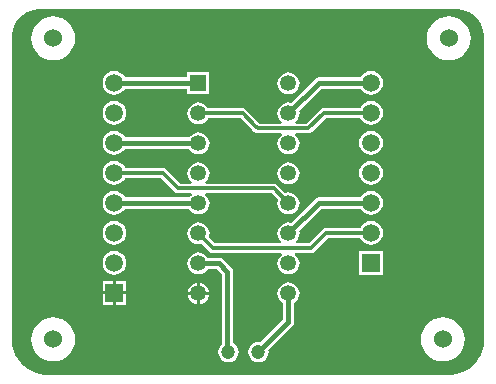
<source format=gtl>
G04*
G04 #@! TF.GenerationSoftware,Altium Limited,Altium Designer,20.1.8 (145)*
G04*
G04 Layer_Physical_Order=1*
G04 Layer_Color=255*
%FSAX24Y24*%
%MOIN*%
G70*
G04*
G04 #@! TF.SameCoordinates,9F3CA826-AAED-447F-AD24-3E22D3D4E735*
G04*
G04*
G04 #@! TF.FilePolarity,Positive*
G04*
G01*
G75*
%ADD12C,0.0100*%
%ADD19C,0.0120*%
%ADD20C,0.0180*%
%ADD21C,0.0531*%
%ADD22R,0.0531X0.0531*%
%ADD23C,0.0600*%
%ADD24C,0.0591*%
%ADD25R,0.0591X0.0591*%
%ADD26C,0.0472*%
G36*
X038673Y031065D02*
X038852Y030990D01*
X039013Y030883D01*
X039150Y030746D01*
X039258Y030584D01*
X039332Y030405D01*
X039370Y030215D01*
X039370Y030118D01*
X039370Y030118D01*
X039370Y030118D01*
X039370Y020079D01*
X039370Y020001D01*
X039350Y019848D01*
X039310Y019698D01*
X039251Y019555D01*
X039173Y019421D01*
X039079Y019298D01*
X038969Y019189D01*
X038847Y019095D01*
X038712Y019017D01*
X038569Y018958D01*
X038420Y018918D01*
X038266Y018898D01*
X038189Y018898D01*
X024803Y018898D01*
X024726D01*
X024572Y018918D01*
X024423Y018958D01*
X024280Y019017D01*
X024146Y019095D01*
X024023Y019189D01*
X023913Y019298D01*
X023819Y019421D01*
X023742Y019555D01*
X023682Y019698D01*
X023642Y019848D01*
X023622Y020001D01*
Y020079D01*
X023622Y030118D01*
Y030215D01*
X023660Y030405D01*
X023734Y030584D01*
X023842Y030746D01*
X023979Y030883D01*
X024140Y030990D01*
X024319Y031065D01*
X024509Y031102D01*
X024606Y031102D01*
X024606Y031102D01*
X038386Y031102D01*
X038483Y031102D01*
X038673Y031065D01*
D02*
G37*
%LPC*%
G36*
X038189Y030852D02*
X038046Y030837D01*
X037908Y030796D01*
X037781Y030728D01*
X037670Y030637D01*
X037579Y030526D01*
X037511Y030399D01*
X037470Y030261D01*
X037456Y030118D01*
X037470Y029975D01*
X037511Y029837D01*
X037579Y029711D01*
X037670Y029599D01*
X037781Y029508D01*
X037908Y029440D01*
X038046Y029399D01*
X038189Y029385D01*
X038332Y029399D01*
X038470Y029440D01*
X038596Y029508D01*
X038708Y029599D01*
X038799Y029711D01*
X038867Y029837D01*
X038908Y029975D01*
X038922Y030118D01*
X038908Y030261D01*
X038867Y030399D01*
X038799Y030526D01*
X038708Y030637D01*
X038596Y030728D01*
X038470Y030796D01*
X038332Y030837D01*
X038189Y030852D01*
D02*
G37*
G36*
X025000D02*
X024857Y030837D01*
X024719Y030796D01*
X024593Y030728D01*
X024481Y030637D01*
X024390Y030526D01*
X024322Y030399D01*
X024281Y030261D01*
X024267Y030118D01*
X024281Y029975D01*
X024322Y029837D01*
X024390Y029711D01*
X024481Y029599D01*
X024593Y029508D01*
X024719Y029440D01*
X024857Y029399D01*
X025000Y029385D01*
X025143Y029399D01*
X025281Y029440D01*
X025407Y029508D01*
X025519Y029599D01*
X025610Y029711D01*
X025678Y029837D01*
X025719Y029975D01*
X025733Y030118D01*
X025719Y030261D01*
X025678Y030399D01*
X025610Y030526D01*
X025519Y030637D01*
X025407Y030728D01*
X025281Y030796D01*
X025143Y030837D01*
X025000Y030852D01*
D02*
G37*
G36*
X027044Y029028D02*
X026941Y029014D01*
X026844Y028974D01*
X026762Y028911D01*
X026698Y028828D01*
X026659Y028732D01*
X026645Y028629D01*
X026659Y028526D01*
X026698Y028430D01*
X026762Y028347D01*
X026844Y028284D01*
X026941Y028244D01*
X027044Y028230D01*
X027147Y028244D01*
X027243Y028284D01*
X027326Y028347D01*
X027389Y028430D01*
X027391Y028435D01*
X029478D01*
Y028247D01*
X030209D01*
Y028978D01*
X029478D01*
Y028823D01*
X027391D01*
X027389Y028828D01*
X027326Y028911D01*
X027243Y028974D01*
X027147Y029014D01*
X027044Y029028D01*
D02*
G37*
G36*
X032844Y028981D02*
X032748Y028969D01*
X032659Y028932D01*
X032583Y028873D01*
X032524Y028797D01*
X032487Y028708D01*
X032475Y028613D01*
X032487Y028517D01*
X032524Y028428D01*
X032583Y028352D01*
X032659Y028293D01*
X032748Y028256D01*
X032844Y028244D01*
X032939Y028256D01*
X033028Y028293D01*
X033105Y028352D01*
X033163Y028428D01*
X033200Y028517D01*
X033213Y028613D01*
X033200Y028708D01*
X033163Y028797D01*
X033105Y028873D01*
X033028Y028932D01*
X032939Y028969D01*
X032844Y028981D01*
D02*
G37*
G36*
X035594Y029028D02*
X035491Y029014D01*
X035394Y028974D01*
X035312Y028911D01*
X035248Y028828D01*
X035246Y028823D01*
X033860D01*
X033786Y028808D01*
X033723Y028766D01*
X032928Y027970D01*
X032844Y027982D01*
X032748Y027969D01*
X032659Y027932D01*
X032583Y027873D01*
X032524Y027797D01*
X032487Y027708D01*
X032475Y027613D01*
X032487Y027517D01*
X032524Y027428D01*
X032583Y027352D01*
X032620Y027323D01*
X032603Y027273D01*
X031888D01*
X031433Y027728D01*
X031380Y027763D01*
X031317Y027776D01*
X030172D01*
X030163Y027797D01*
X030105Y027873D01*
X030028Y027932D01*
X029939Y027969D01*
X029844Y027982D01*
X029748Y027969D01*
X029659Y027932D01*
X029583Y027873D01*
X029524Y027797D01*
X029487Y027708D01*
X029475Y027613D01*
X029487Y027517D01*
X029524Y027428D01*
X029583Y027352D01*
X029659Y027293D01*
X029748Y027256D01*
X029844Y027244D01*
X029939Y027256D01*
X030028Y027293D01*
X030105Y027352D01*
X030163Y027428D01*
X030172Y027449D01*
X031250D01*
X031625Y027074D01*
X031705Y026995D01*
X031758Y026959D01*
X031820Y026947D01*
X032596D01*
X032613Y026897D01*
X032583Y026873D01*
X032524Y026797D01*
X032487Y026708D01*
X032475Y026613D01*
X032487Y026517D01*
X032524Y026428D01*
X032583Y026352D01*
X032659Y026293D01*
X032748Y026256D01*
X032844Y026244D01*
X032939Y026256D01*
X033028Y026293D01*
X033105Y026352D01*
X033163Y026428D01*
X033200Y026517D01*
X033213Y026613D01*
X033200Y026708D01*
X033163Y026797D01*
X033105Y026873D01*
X033074Y026897D01*
X033091Y026947D01*
X033510D01*
X033572Y026959D01*
X033625Y026995D01*
X034097Y027466D01*
X035233D01*
X035248Y027430D01*
X035312Y027347D01*
X035394Y027284D01*
X035491Y027244D01*
X035594Y027230D01*
X035697Y027244D01*
X035793Y027284D01*
X035876Y027347D01*
X035939Y027430D01*
X035979Y027526D01*
X035992Y027629D01*
X035979Y027732D01*
X035939Y027828D01*
X035876Y027911D01*
X035793Y027974D01*
X035697Y028014D01*
X035594Y028028D01*
X035491Y028014D01*
X035394Y027974D01*
X035312Y027911D01*
X035248Y027828D01*
X035233Y027792D01*
X034029D01*
X033967Y027780D01*
X033914Y027744D01*
X033442Y027273D01*
X033084D01*
X033067Y027323D01*
X033105Y027352D01*
X033163Y027428D01*
X033200Y027517D01*
X033213Y027613D01*
X033202Y027696D01*
X033940Y028435D01*
X035246D01*
X035248Y028430D01*
X035312Y028347D01*
X035394Y028284D01*
X035491Y028244D01*
X035594Y028230D01*
X035697Y028244D01*
X035793Y028284D01*
X035876Y028347D01*
X035939Y028430D01*
X035979Y028526D01*
X035992Y028629D01*
X035979Y028732D01*
X035939Y028828D01*
X035876Y028911D01*
X035793Y028974D01*
X035697Y029014D01*
X035594Y029028D01*
D02*
G37*
G36*
X027044Y028028D02*
X026941Y028014D01*
X026844Y027974D01*
X026762Y027911D01*
X026698Y027828D01*
X026659Y027732D01*
X026645Y027629D01*
X026659Y027526D01*
X026698Y027430D01*
X026762Y027347D01*
X026844Y027284D01*
X026941Y027244D01*
X027044Y027230D01*
X027147Y027244D01*
X027243Y027284D01*
X027326Y027347D01*
X027389Y027430D01*
X027429Y027526D01*
X027442Y027629D01*
X027429Y027732D01*
X027389Y027828D01*
X027326Y027911D01*
X027243Y027974D01*
X027147Y028014D01*
X027044Y028028D01*
D02*
G37*
G36*
Y027028D02*
X026941Y027014D01*
X026844Y026974D01*
X026762Y026911D01*
X026698Y026828D01*
X026659Y026732D01*
X026645Y026629D01*
X026659Y026526D01*
X026698Y026430D01*
X026762Y026347D01*
X026844Y026284D01*
X026941Y026244D01*
X027044Y026230D01*
X027147Y026244D01*
X027243Y026284D01*
X027326Y026347D01*
X027387Y026427D01*
X029525D01*
X029583Y026352D01*
X029659Y026293D01*
X029748Y026256D01*
X029844Y026244D01*
X029939Y026256D01*
X030028Y026293D01*
X030105Y026352D01*
X030163Y026428D01*
X030200Y026517D01*
X030213Y026613D01*
X030200Y026708D01*
X030163Y026797D01*
X030105Y026873D01*
X030028Y026932D01*
X029939Y026969D01*
X029844Y026981D01*
X029748Y026969D01*
X029659Y026932D01*
X029583Y026873D01*
X029538Y026814D01*
X027395D01*
X027389Y026828D01*
X027326Y026911D01*
X027243Y026974D01*
X027147Y027014D01*
X027044Y027028D01*
D02*
G37*
G36*
X035594D02*
X035491Y027014D01*
X035394Y026974D01*
X035312Y026911D01*
X035248Y026828D01*
X035209Y026732D01*
X035195Y026629D01*
X035209Y026526D01*
X035248Y026430D01*
X035312Y026347D01*
X035394Y026284D01*
X035491Y026244D01*
X035594Y026230D01*
X035697Y026244D01*
X035793Y026284D01*
X035876Y026347D01*
X035939Y026430D01*
X035979Y026526D01*
X035992Y026629D01*
X035979Y026732D01*
X035939Y026828D01*
X035876Y026911D01*
X035793Y026974D01*
X035697Y027014D01*
X035594Y027028D01*
D02*
G37*
G36*
X032844Y025982D02*
X032748Y025969D01*
X032659Y025932D01*
X032583Y025873D01*
X032524Y025797D01*
X032487Y025708D01*
X032475Y025613D01*
X032487Y025517D01*
X032524Y025428D01*
X032583Y025352D01*
X032659Y025293D01*
X032748Y025256D01*
X032844Y025244D01*
X032939Y025256D01*
X033028Y025293D01*
X033105Y025352D01*
X033163Y025428D01*
X033200Y025517D01*
X033213Y025613D01*
X033200Y025708D01*
X033163Y025797D01*
X033105Y025873D01*
X033028Y025932D01*
X032939Y025969D01*
X032844Y025982D01*
D02*
G37*
G36*
X035594Y026028D02*
X035491Y026014D01*
X035394Y025974D01*
X035312Y025911D01*
X035248Y025828D01*
X035209Y025732D01*
X035195Y025629D01*
X035209Y025526D01*
X035248Y025430D01*
X035312Y025347D01*
X035394Y025284D01*
X035491Y025244D01*
X035594Y025230D01*
X035697Y025244D01*
X035793Y025284D01*
X035876Y025347D01*
X035939Y025430D01*
X035979Y025526D01*
X035992Y025629D01*
X035979Y025732D01*
X035939Y025828D01*
X035876Y025911D01*
X035793Y025974D01*
X035697Y026014D01*
X035594Y026028D01*
D02*
G37*
G36*
X027044D02*
X026941Y026014D01*
X026844Y025974D01*
X026762Y025911D01*
X026698Y025828D01*
X026659Y025732D01*
X026645Y025629D01*
X026659Y025526D01*
X026698Y025430D01*
X026762Y025347D01*
X026844Y025284D01*
X026941Y025244D01*
X027044Y025230D01*
X027147Y025244D01*
X027243Y025284D01*
X027326Y025347D01*
X027389Y025430D01*
X027404Y025466D01*
X028583D01*
X029055Y024995D01*
X029108Y024959D01*
X029170Y024947D01*
X029596D01*
X029613Y024897D01*
X029583Y024873D01*
X029538Y024814D01*
X027395D01*
X027389Y024828D01*
X027326Y024911D01*
X027243Y024974D01*
X027147Y025014D01*
X027044Y025028D01*
X026941Y025014D01*
X026844Y024974D01*
X026762Y024911D01*
X026698Y024828D01*
X026659Y024732D01*
X026645Y024629D01*
X026659Y024526D01*
X026698Y024430D01*
X026762Y024347D01*
X026844Y024284D01*
X026941Y024244D01*
X027044Y024230D01*
X027147Y024244D01*
X027243Y024284D01*
X027326Y024347D01*
X027387Y024427D01*
X029525D01*
X029583Y024352D01*
X029659Y024293D01*
X029748Y024256D01*
X029844Y024244D01*
X029939Y024256D01*
X030028Y024293D01*
X030105Y024352D01*
X030163Y024428D01*
X030200Y024517D01*
X030213Y024613D01*
X030200Y024708D01*
X030163Y024797D01*
X030105Y024873D01*
X030074Y024897D01*
X030091Y024947D01*
X032279D01*
X032496Y024729D01*
X032487Y024708D01*
X032475Y024613D01*
X032487Y024517D01*
X032524Y024428D01*
X032583Y024352D01*
X032659Y024293D01*
X032748Y024256D01*
X032844Y024244D01*
X032939Y024256D01*
X033028Y024293D01*
X033105Y024352D01*
X033163Y024428D01*
X033200Y024517D01*
X033213Y024613D01*
X033200Y024708D01*
X033163Y024797D01*
X033105Y024873D01*
X033028Y024932D01*
X032939Y024969D01*
X032844Y024982D01*
X032748Y024969D01*
X032727Y024960D01*
X032462Y025225D01*
X032409Y025261D01*
X032346Y025273D01*
X030084D01*
X030067Y025323D01*
X030105Y025352D01*
X030163Y025428D01*
X030200Y025517D01*
X030213Y025613D01*
X030200Y025708D01*
X030163Y025797D01*
X030105Y025873D01*
X030028Y025932D01*
X029939Y025969D01*
X029844Y025982D01*
X029748Y025969D01*
X029659Y025932D01*
X029583Y025873D01*
X029524Y025797D01*
X029487Y025708D01*
X029475Y025613D01*
X029487Y025517D01*
X029524Y025428D01*
X029583Y025352D01*
X029620Y025323D01*
X029603Y025273D01*
X029238D01*
X028766Y025744D01*
X028713Y025780D01*
X028651Y025792D01*
X027404D01*
X027389Y025828D01*
X027326Y025911D01*
X027243Y025974D01*
X027147Y026014D01*
X027044Y026028D01*
D02*
G37*
G36*
X035594Y025028D02*
X035491Y025014D01*
X035394Y024974D01*
X035312Y024911D01*
X035248Y024828D01*
X035246Y024823D01*
X033860D01*
X033786Y024808D01*
X033723Y024766D01*
X032928Y023970D01*
X032844Y023981D01*
X032748Y023969D01*
X032659Y023932D01*
X032583Y023873D01*
X032524Y023797D01*
X032487Y023708D01*
X032475Y023613D01*
X032487Y023517D01*
X032524Y023428D01*
X032583Y023352D01*
X032607Y023333D01*
X032590Y023283D01*
X030404D01*
X030191Y023496D01*
X030200Y023517D01*
X030213Y023613D01*
X030200Y023708D01*
X030163Y023797D01*
X030105Y023873D01*
X030028Y023932D01*
X029939Y023969D01*
X029844Y023981D01*
X029748Y023969D01*
X029659Y023932D01*
X029583Y023873D01*
X029524Y023797D01*
X029487Y023708D01*
X029475Y023613D01*
X029487Y023517D01*
X029524Y023428D01*
X029583Y023352D01*
X029659Y023293D01*
X029748Y023256D01*
X029844Y023244D01*
X029939Y023256D01*
X029960Y023265D01*
X030221Y023005D01*
X030274Y022969D01*
X030336Y022957D01*
X032609D01*
X032626Y022907D01*
X032583Y022873D01*
X032524Y022797D01*
X032487Y022708D01*
X032475Y022613D01*
X032487Y022517D01*
X032524Y022428D01*
X032583Y022352D01*
X032659Y022293D01*
X032748Y022256D01*
X032844Y022244D01*
X032939Y022256D01*
X033028Y022293D01*
X033105Y022352D01*
X033163Y022428D01*
X033200Y022517D01*
X033213Y022613D01*
X033200Y022708D01*
X033163Y022797D01*
X033105Y022873D01*
X033061Y022907D01*
X033078Y022957D01*
X033592D01*
X033654Y022969D01*
X033707Y023005D01*
X034168Y023466D01*
X035233D01*
X035248Y023430D01*
X035312Y023347D01*
X035394Y023284D01*
X035491Y023244D01*
X035594Y023230D01*
X035697Y023244D01*
X035793Y023284D01*
X035876Y023347D01*
X035939Y023430D01*
X035979Y023526D01*
X035992Y023629D01*
X035979Y023732D01*
X035939Y023828D01*
X035876Y023911D01*
X035793Y023974D01*
X035697Y024014D01*
X035594Y024028D01*
X035491Y024014D01*
X035394Y023974D01*
X035312Y023911D01*
X035248Y023828D01*
X035233Y023792D01*
X034101D01*
X034038Y023780D01*
X033985Y023744D01*
X033524Y023283D01*
X033097D01*
X033080Y023333D01*
X033105Y023352D01*
X033163Y023428D01*
X033200Y023517D01*
X033213Y023613D01*
X033202Y023696D01*
X033940Y024435D01*
X035246D01*
X035248Y024430D01*
X035312Y024347D01*
X035394Y024284D01*
X035491Y024244D01*
X035594Y024230D01*
X035697Y024244D01*
X035793Y024284D01*
X035876Y024347D01*
X035939Y024430D01*
X035979Y024526D01*
X035992Y024629D01*
X035979Y024732D01*
X035939Y024828D01*
X035876Y024911D01*
X035793Y024974D01*
X035697Y025014D01*
X035594Y025028D01*
D02*
G37*
G36*
X027044Y024028D02*
X026941Y024014D01*
X026844Y023974D01*
X026762Y023911D01*
X026698Y023828D01*
X026659Y023732D01*
X026645Y023629D01*
X026659Y023526D01*
X026698Y023430D01*
X026762Y023347D01*
X026844Y023284D01*
X026941Y023244D01*
X027044Y023230D01*
X027147Y023244D01*
X027243Y023284D01*
X027326Y023347D01*
X027389Y023430D01*
X027429Y023526D01*
X027442Y023629D01*
X027429Y023732D01*
X027389Y023828D01*
X027326Y023911D01*
X027243Y023974D01*
X027147Y024014D01*
X027044Y024028D01*
D02*
G37*
G36*
X035989Y023024D02*
X035198D01*
Y022234D01*
X035989D01*
Y023024D01*
D02*
G37*
G36*
X027044Y023028D02*
X026941Y023014D01*
X026844Y022974D01*
X026762Y022911D01*
X026698Y022828D01*
X026659Y022732D01*
X026645Y022629D01*
X026659Y022526D01*
X026698Y022430D01*
X026762Y022347D01*
X026844Y022284D01*
X026941Y022244D01*
X027044Y022230D01*
X027147Y022244D01*
X027243Y022284D01*
X027326Y022347D01*
X027389Y022430D01*
X027429Y022526D01*
X027442Y022629D01*
X027429Y022732D01*
X027389Y022828D01*
X027326Y022911D01*
X027243Y022974D01*
X027147Y023014D01*
X027044Y023028D01*
D02*
G37*
G36*
X027439Y022024D02*
X027094D01*
Y021679D01*
X027439D01*
Y022024D01*
D02*
G37*
G36*
X026994D02*
X026648D01*
Y021679D01*
X026994D01*
Y022024D01*
D02*
G37*
G36*
X029894Y021975D02*
Y021663D01*
X030206D01*
X030200Y021708D01*
X030163Y021797D01*
X030105Y021873D01*
X030028Y021932D01*
X029939Y021969D01*
X029894Y021975D01*
D02*
G37*
G36*
X029794D02*
X029748Y021969D01*
X029659Y021932D01*
X029583Y021873D01*
X029524Y021797D01*
X029487Y021708D01*
X029481Y021663D01*
X029794D01*
Y021975D01*
D02*
G37*
G36*
X030206Y021563D02*
X029894D01*
Y021250D01*
X029939Y021256D01*
X030028Y021293D01*
X030105Y021352D01*
X030163Y021428D01*
X030200Y021517D01*
X030206Y021563D01*
D02*
G37*
G36*
X029794D02*
X029481D01*
X029487Y021517D01*
X029524Y021428D01*
X029583Y021352D01*
X029659Y021293D01*
X029748Y021256D01*
X029794Y021250D01*
Y021563D01*
D02*
G37*
G36*
X027439Y021579D02*
X027094D01*
Y021234D01*
X027439D01*
Y021579D01*
D02*
G37*
G36*
X026994D02*
X026648D01*
Y021234D01*
X026994D01*
Y021579D01*
D02*
G37*
G36*
X032844Y021981D02*
X032748Y021969D01*
X032659Y021932D01*
X032583Y021873D01*
X032524Y021797D01*
X032487Y021708D01*
X032475Y021613D01*
X032487Y021517D01*
X032524Y021428D01*
X032583Y021352D01*
X032650Y021300D01*
Y020737D01*
X031901Y019988D01*
X031844Y019995D01*
X031756Y019984D01*
X031674Y019950D01*
X031604Y019896D01*
X031550Y019826D01*
X031516Y019744D01*
X031505Y019656D01*
X031516Y019569D01*
X031550Y019487D01*
X031604Y019417D01*
X031674Y019363D01*
X031756Y019329D01*
X031844Y019317D01*
X031931Y019329D01*
X032013Y019363D01*
X032083Y019417D01*
X032137Y019487D01*
X032171Y019569D01*
X032183Y019656D01*
X032175Y019714D01*
X032981Y020519D01*
X033023Y020582D01*
X033037Y020656D01*
Y021300D01*
X033105Y021352D01*
X033163Y021428D01*
X033200Y021517D01*
X033213Y021613D01*
X033200Y021708D01*
X033163Y021797D01*
X033105Y021873D01*
X033028Y021932D01*
X032939Y021969D01*
X032844Y021981D01*
D02*
G37*
G36*
X037992Y020812D02*
X037849Y020798D01*
X037711Y020756D01*
X037585Y020689D01*
X037473Y020597D01*
X037382Y020486D01*
X037315Y020359D01*
X037273Y020222D01*
X037259Y020079D01*
X037273Y019936D01*
X037315Y019798D01*
X037382Y019671D01*
X037473Y019560D01*
X037585Y019469D01*
X037711Y019401D01*
X037849Y019359D01*
X037992Y019345D01*
X038135Y019359D01*
X038273Y019401D01*
X038400Y019469D01*
X038511Y019560D01*
X038602Y019671D01*
X038670Y019798D01*
X038711Y019936D01*
X038726Y020079D01*
X038711Y020222D01*
X038670Y020359D01*
X038602Y020486D01*
X038511Y020597D01*
X038400Y020689D01*
X038273Y020756D01*
X038135Y020798D01*
X037992Y020812D01*
D02*
G37*
G36*
X025000D02*
X024857Y020798D01*
X024719Y020756D01*
X024593Y020689D01*
X024481Y020597D01*
X024390Y020486D01*
X024322Y020359D01*
X024281Y020222D01*
X024267Y020079D01*
X024281Y019936D01*
X024322Y019798D01*
X024390Y019671D01*
X024481Y019560D01*
X024593Y019469D01*
X024719Y019401D01*
X024857Y019359D01*
X025000Y019345D01*
X025143Y019359D01*
X025281Y019401D01*
X025407Y019469D01*
X025519Y019560D01*
X025610Y019671D01*
X025678Y019798D01*
X025719Y019936D01*
X025733Y020079D01*
X025719Y020222D01*
X025678Y020359D01*
X025610Y020486D01*
X025519Y020597D01*
X025407Y020689D01*
X025281Y020756D01*
X025143Y020798D01*
X025000Y020812D01*
D02*
G37*
G36*
X029844Y022982D02*
X029748Y022969D01*
X029659Y022932D01*
X029583Y022873D01*
X029524Y022797D01*
X029487Y022708D01*
X029475Y022613D01*
X029487Y022517D01*
X029524Y022428D01*
X029583Y022352D01*
X029659Y022293D01*
X029748Y022256D01*
X029844Y022244D01*
X029939Y022256D01*
X030028Y022293D01*
X030105Y022352D01*
X030156Y022419D01*
X030450D01*
X030613Y022255D01*
Y019903D01*
X030604Y019896D01*
X030550Y019826D01*
X030516Y019744D01*
X030505Y019656D01*
X030516Y019569D01*
X030550Y019487D01*
X030604Y019417D01*
X030674Y019363D01*
X030756Y019329D01*
X030844Y019317D01*
X030931Y019329D01*
X031013Y019363D01*
X031084Y019417D01*
X031137Y019487D01*
X031171Y019569D01*
X031183Y019656D01*
X031171Y019744D01*
X031137Y019826D01*
X031084Y019896D01*
X031013Y019950D01*
X031001Y019955D01*
Y022336D01*
X030986Y022410D01*
X030944Y022472D01*
X030667Y022750D01*
X030604Y022792D01*
X030530Y022806D01*
X030156D01*
X030105Y022873D01*
X030028Y022932D01*
X029939Y022969D01*
X029844Y022982D01*
D02*
G37*
%LPD*%
D12*
X029827Y028629D02*
X029844Y028613D01*
X027044Y021629D02*
X027060Y021613D01*
D19*
X032346Y025110D02*
X032844Y024613D01*
X029170Y025110D02*
X032346D01*
X027044Y025629D02*
X028651D01*
X029170Y025110D01*
X031740Y027190D02*
X031820Y027110D01*
X029844Y027613D02*
X031317D01*
X031740Y027190D01*
X031820Y027110D02*
X033510D01*
X034029Y027629D02*
X035594D01*
X033510Y027110D02*
X034029Y027629D01*
X034101Y023629D02*
X035594D01*
X033592Y023120D02*
X034101Y023629D01*
X029844Y023613D02*
X030336Y023120D01*
X033592D01*
D20*
X032844Y025613D02*
X032866Y025591D01*
X033860Y028629D02*
X035594D01*
X032844Y027613D02*
X033860Y028629D01*
X032844Y023613D02*
X033860Y024629D01*
X035594D01*
Y023629D02*
X035672Y023707D01*
X031844Y019656D02*
X032844Y020656D01*
Y021613D01*
X027044Y025629D02*
X027063Y025610D01*
X035585Y022638D02*
X035594Y022629D01*
X029836Y024621D02*
X029844Y024613D01*
X027044Y024629D02*
X027052Y024621D01*
X029836D01*
Y026621D02*
X029844Y026613D01*
X027052Y026621D02*
X029836D01*
X027044Y026629D02*
X027052Y026621D01*
X030807Y019693D02*
Y022336D01*
X029844Y022613D02*
X030530D01*
X030807Y022336D01*
Y019693D02*
X030844Y019656D01*
X027044Y028629D02*
X029827D01*
D21*
X032844Y028613D02*
D03*
Y027613D02*
D03*
Y026613D02*
D03*
Y025613D02*
D03*
Y024613D02*
D03*
Y023613D02*
D03*
Y022613D02*
D03*
Y021613D02*
D03*
X029844D02*
D03*
Y022613D02*
D03*
Y023613D02*
D03*
Y024613D02*
D03*
Y025613D02*
D03*
Y026613D02*
D03*
Y027613D02*
D03*
D22*
Y028613D02*
D03*
D23*
X025000Y020079D02*
D03*
X037992D02*
D03*
X038189Y030118D02*
D03*
X025000D02*
D03*
D24*
X035594Y024629D02*
D03*
Y023629D02*
D03*
Y025629D02*
D03*
Y026629D02*
D03*
Y027629D02*
D03*
Y028629D02*
D03*
X027044D02*
D03*
Y027629D02*
D03*
Y026629D02*
D03*
Y025629D02*
D03*
Y024629D02*
D03*
Y023629D02*
D03*
Y022629D02*
D03*
D25*
X035594D02*
D03*
X027044Y021629D02*
D03*
D26*
X031844Y019656D02*
D03*
X030844D02*
D03*
M02*

</source>
